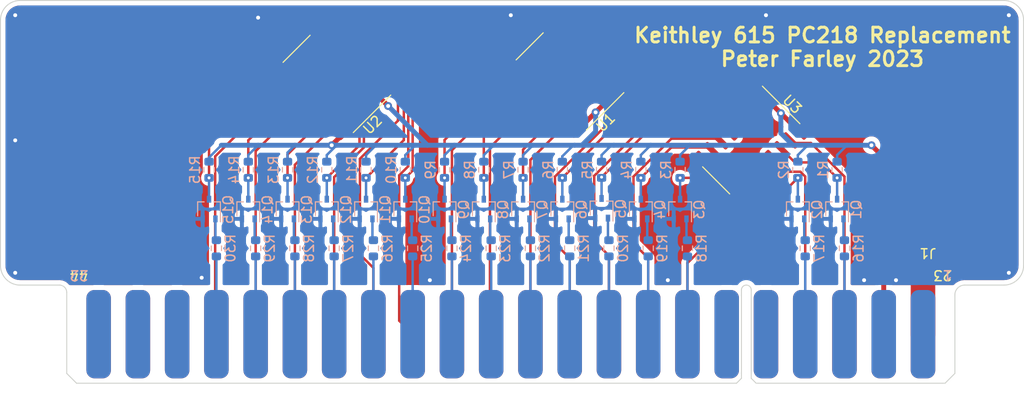
<source format=kicad_pcb>
(kicad_pcb (version 20211014) (generator pcbnew)
  (title_block (title "Keithley 615 PC218 Replacement Board") (rev "A") (company "Peter Farley"))
  (layers (0 "F.Cu" signal) (31 "B.Cu" signal) (34 "B.Paste" user) (35 "F.Paste" user) (36 "B.SilkS" user "B.Silkscreen") (37 "F.SilkS" user "F.Silkscreen") (38 "B.Mask" user) (39 "F.Mask" user) (44 "Edge.Cuts" user))
  (net 0 "")
  (net 1 "Net-(Q1-Pad1)")
  (net 2 "GND")
  (net 3 "Net-(Q1-Pad3)")
  (net 4 "Polarity Print")
  (net 5 "Net-(Q2-Pad3)")
  (net 6 "Net-(Q3-Pad1)")
  (net 7 "Net-(Q4-Pad1)")
  (net 8 "Net-(Q4-Pad3)")
  (net 9 "Overload Print")
  (net 10 "Net-(Q6-Pad1)")
  (net 11 "Polarity")
  (net 12 "+15V")
  (net 13 "Overload")
  (net 15 "-15V")
  (net 18 "1x10^3")
  (net 19 "2x10^2")
  (net 20 "1x10^2")
  (net 21 "4x10^2")
  (net 22 "8x10^2")
  (net 23 "2x10^0")
  (net 24 "1x10^0")
  (net 25 "4x10^0")
  (net 26 "8x10^0")
  (net 27 "8x10^1")
  (net 28 "4x10^1")
  (net 29 "1x10^1")
  (net 30 "2x10^1")
  (net 36 "1x10^3 Print")
  (net 37 "2x10^2 Print")
  (net 38 "1x10^2 Print")
  (net 39 "4x10^2 Print")
  (net 40 "8x10^2 Print")
  (net 41 "2x10^0 Print")
  (net 42 "1x10^0 Print")
  (net 43 "4x10^0 Print")
  (net 44 "8x10^0 Print")
  (net 45 "8x10^1 Print")
  (net 46 "4x10^1 Print")
  (net 47 "1x10^1 Print")
  (net 48 "2x10^1 Print")
  (net 52 "Net-(Q2-Pad1)")
  (net 53 "Net-(Q3-Pad3)")
  (net 54 "Net-(Q5-Pad1)")
  (net 55 "Net-(Q6-Pad3)")
  (net 56 "Net-(Q5-Pad3)")
  (net 57 "Net-(Q7-Pad1)")
  (net 58 "Net-(Q7-Pad3)")
  (net 59 "Net-(Q8-Pad1)")
  (net 60 "Net-(Q9-Pad1)")
  (net 61 "Net-(Q9-Pad3)")
  (net 62 "Net-(Q10-Pad1)")
  (net 63 "Net-(Q10-Pad3)")
  (net 64 "Net-(Q11-Pad1)")
  (net 65 "Net-(Q11-Pad3)")
  (net 66 "Net-(Q12-Pad1)")
  (net 67 "Net-(Q12-Pad3)")
  (net 68 "Net-(Q13-Pad1)")
  (net 69 "Net-(Q13-Pad3)")
  (net 70 "Net-(Q14-Pad1)")
  (net 71 "Net-(Q14-Pad3)")
  (net 72 "Net-(Q15-Pad1)")
  (net 73 "Net-(Q15-Pad3)")
  (net 77 "Net-(U3-Pad9)")
  (footprint "Package_SO:SOIC-16_3.9x9.9mm_P1.27mm" (layer "F.Cu") (at 107.25 57.25 -135)
    (fp_text reference "U1")
    (fp_text value "4010")
  )
  (footprint "Package_SO:SOIC-16_3.9x9.9mm_P1.27mm" (layer "F.Cu") (at 126.25 63.75 -45)
    (fp_text reference "U3")
    (fp_text value "4010")
  )
  (footprint "Package_SO:SOIC-16_3.9x9.9mm_P1.27mm" (layer "F.Cu") (at 83.5 57.5 -135)
    (fp_text reference "U2")
    (fp_text value "4010")
  )
  (footprint "keithley_615_part_library:PC218_Edge_Connector" (layer "F.Cu") (at 147 78 180)
    (fp_text reference "J1")
    (fp_text value "PC218_BoardEdge_44pin")
    (fp_line (start 20.25 -10) (end 20.75 -9.5) (layer "Edge.Cuts") (width 0.1))
    (fp_line (start 0 -1) (end 0 -9) (layer "Edge.Cuts") (width 0.1))
    (fp_line (start 20.75 -9.5) (end 20.75 -0.5) (layer "Edge.Cuts") (width 0.1))
    (fp_line (start -5 0) (end -1 0) (layer "Edge.Cuts") (width 0.1))
    (fp_line (start 90.5 -9) (end 90.5 -0.75) (layer "Edge.Cuts") (width 0.1))
    (fp_line (start 1 -10) (end 20.25 -10) (layer "Edge.Cuts") (width 0.1))
    (fp_line (start 91.25 0) (end 95.25 0) (layer "Edge.Cuts") (width 0.1))
    (fp_line (start 0 -9) (end 1 -10) (layer "Edge.Cuts") (width 0.1))
    (fp_line (start 21.75 -9.5) (end 22.25 -10) (layer "Edge.Cuts") (width 0.1))
    (fp_line (start 22.25 -10) (end 89.5 -10) (layer "Edge.Cuts") (width 0.1))
    (fp_line (start 21.75 -0.5) (end 21.75 -9.5) (layer "Edge.Cuts") (width 0.1))
    (fp_line (start 89.5 -10) (end 90.5 -9) (layer "Edge.Cuts") (width 0.1))
    (fp_arc (start 0 -1) (mid -0.292893 -0.292893) (end -1 0) (layer "Edge.Cuts") (width 0.1))
    (fp_arc (start 91.25 0) (mid 90.71967 -0.21967) (end 90.5 -0.75) (layer "Edge.Cuts") (width 0.1))
    (fp_arc (start 21.75 -0.5) (mid 21.25 0) (end 20.75 -0.5) (layer "Edge.Cuts") (width 0.1))
  )
  (footprint "Resistor_SMD:R_0603_1608Metric" (layer "B.Cu") (at 71 66.25 -90)
    (fp_text reference "R15")
    (fp_text value "180K")
  )
  (footprint "Package_TO_SOT_SMD:SOT-323_SC-70" (layer "B.Cu") (at 83 70.25 90)
    (fp_text reference "Q12")
    (fp_text value "BC848W")
  )
  (footprint "Package_TO_SOT_SMD:SOT-323_SC-70" (layer "B.Cu") (at 71 70.25 90)
    (fp_text reference "Q15")
    (fp_text value "BC848W")
  )
  (footprint "Resistor_SMD:R_0603_1608Metric" (layer "B.Cu") (at 111.75 74.25 90)
    (fp_text reference "R20")
    (fp_text value "120K")
  )
  (footprint "Resistor_SMD:R_0603_1608Metric" (layer "B.Cu") (at 115.75 74.25 90)
    (fp_text reference "R19")
    (fp_text value "120K")
  )
  (footprint "Resistor_SMD:R_0603_1608Metric" (layer "B.Cu") (at 115 66.25 -90)
    (fp_text reference "R4")
    (fp_text value "180K")
  )
  (footprint "Resistor_SMD:R_0603_1608Metric" (layer "B.Cu") (at 91.75 74.25 90)
    (fp_text reference "R25")
    (fp_text value "120K")
  )
  (footprint "Resistor_SMD:R_0603_1608Metric" (layer "B.Cu") (at 119.75 74.25 90)
    (fp_text reference "R18")
    (fp_text value "120K")
  )
  (footprint "Resistor_SMD:R_0603_1608Metric" (layer "B.Cu") (at 79 66.25 -90)
    (fp_text reference "R13")
    (fp_text value "180K")
  )
  (footprint "Package_TO_SOT_SMD:SOT-323_SC-70" (layer "B.Cu") (at 131 70.25 90)
    (fp_text reference "Q2")
    (fp_text value "BC848W")
  )
  (footprint "Package_TO_SOT_SMD:SOT-323_SC-70" (layer "B.Cu") (at 135 70.25 90)
    (fp_text reference "Q1")
    (fp_text value "BC848W")
  )
  (footprint "Package_TO_SOT_SMD:SOT-323_SC-70" (layer "B.Cu") (at 95 70.25 90)
    (fp_text reference "Q9")
    (fp_text value "BC848W")
  )
  (footprint "Resistor_SMD:R_0603_1608Metric" (layer "B.Cu") (at 111 66.25 -90)
    (fp_text reference "R5")
    (fp_text value "180K")
  )
  (footprint "Resistor_SMD:R_0603_1608Metric" (layer "B.Cu") (at 135.75 74.25 90)
    (fp_text reference "R16")
    (fp_text value "120K")
  )
  (footprint "Resistor_SMD:R_0603_1608Metric" (layer "B.Cu") (at 95.75 74.25 90)
    (fp_text reference "R24")
    (fp_text value "120K")
  )
  (footprint "Package_TO_SOT_SMD:SOT-323_SC-70" (layer "B.Cu") (at 87 70.25 90)
    (fp_text reference "Q11")
    (fp_text value "BC848W")
  )
  (footprint "Package_TO_SOT_SMD:SOT-323_SC-70" (layer "B.Cu") (at 99 70.25 90)
    (fp_text reference "Q8")
    (fp_text value "BC848W")
  )
  (footprint "Resistor_SMD:R_0603_1608Metric" (layer "B.Cu") (at 135 66.25 -90)
    (fp_text reference "R1")
    (fp_text value "180K")
  )
  (footprint "Resistor_SMD:R_0603_1608Metric" (layer "B.Cu") (at 107 66.25 -90)
    (fp_text reference "R6")
    (fp_text value "180K")
  )
  (footprint "Resistor_SMD:R_0603_1608Metric" (layer "B.Cu") (at 75.75 74.25 90)
    (fp_text reference "R29")
    (fp_text value "120K")
  )
  (footprint "Package_TO_SOT_SMD:SOT-323_SC-70" (layer "B.Cu") (at 103 70.25 90)
    (fp_text reference "Q7")
    (fp_text value "BC848W")
  )
  (footprint "Resistor_SMD:R_0603_1608Metric" (layer "B.Cu") (at 83.75 74.25 90)
    (fp_text reference "R27")
    (fp_text value "120K")
  )
  (footprint "Package_TO_SOT_SMD:SOT-323_SC-70" (layer "B.Cu") (at 75 70.25 90)
    (fp_text reference "Q14")
    (fp_text value "BC848W")
  )
  (footprint "Resistor_SMD:R_0603_1608Metric" (layer "B.Cu") (at 99.75 74.25 90)
    (fp_text reference "R23")
    (fp_text value "120K")
  )
  (footprint "Package_TO_SOT_SMD:SOT-323_SC-70" (layer "B.Cu") (at 119 70.25 90)
    (fp_text reference "Q3")
    (fp_text value "BC848W")
  )
  (footprint "Resistor_SMD:R_0603_1608Metric" (layer "B.Cu") (at 131.75 74.25 90)
    (fp_text reference "R17")
    (fp_text value "120K")
  )
  (footprint "Package_TO_SOT_SMD:SOT-323_SC-70" (layer "B.Cu") (at 111 70.175 90)
    (fp_text reference "Q5")
    (fp_text value "BC848W")
  )
  (footprint "Resistor_SMD:R_0603_1608Metric" (layer "B.Cu") (at 71.75 74.25 90)
    (fp_text reference "R30")
    (fp_text value "120K")
  )
  (footprint "Resistor_SMD:R_0603_1608Metric" (layer "B.Cu") (at 107.75 74.25 90)
    (fp_text reference "R21")
    (fp_text value "120K")
  )
  (footprint "Resistor_SMD:R_0603_1608Metric" (layer "B.Cu") (at 75 66.25 -90)
    (fp_text reference "R14")
    (fp_text value "180K")
  )
  (footprint "Resistor_SMD:R_0603_1608Metric" (layer "B.Cu") (at 131 66.25 -90)
    (fp_text reference "R2")
    (fp_text value "180K")
  )
  (footprint "Resistor_SMD:R_0603_1608Metric" (layer "B.Cu") (at 83 66.25 -90)
    (fp_text reference "R12")
    (fp_text value "180K")
  )
  (footprint "Package_TO_SOT_SMD:SOT-323_SC-70" (layer "B.Cu") (at 115 70.25 90)
    (fp_text reference "Q4")
    (fp_text value "BC848W")
  )
  (footprint "Resistor_SMD:R_0603_1608Metric" (layer "B.Cu") (at 79.75 74.25 90)
    (fp_text reference "R28")
    (fp_text value "120K")
  )
  (footprint "Resistor_SMD:R_0603_1608Metric" (layer "B.Cu") (at 91 66.25 -90)
    (fp_text reference "R10")
    (fp_text value "180K")
  )
  (footprint "Resistor_SMD:R_0603_1608Metric" (layer "B.Cu") (at 119 66.25 -90)
    (fp_text reference "R3")
    (fp_text value "180K")
  )
  (footprint "Package_TO_SOT_SMD:SOT-323_SC-70" (layer "B.Cu") (at 107 70.25 90)
    (fp_text reference "Q6")
    (fp_text value "BC848W")
  )
  (footprint "Package_TO_SOT_SMD:SOT-323_SC-70" (layer "B.Cu") (at 79 70.25 90)
    (fp_text reference "Q13")
    (fp_text value "BC848W")
  )
  (footprint "Resistor_SMD:R_0603_1608Metric" (layer "B.Cu") (at 103 66.25 -90)
    (fp_text reference "R7")
    (fp_text value "180K")
  )
  (footprint "Resistor_SMD:R_0603_1608Metric" (layer "B.Cu") (at 87.75 74.25 90)
    (fp_text reference "R26")
    (fp_text value "120K")
  )
  (footprint "Resistor_SMD:R_0603_1608Metric" (layer "B.Cu") (at 103.75 74.25 90)
    (fp_text reference "R22")
    (fp_text value "120K")
  )
  (footprint "Package_TO_SOT_SMD:SOT-323_SC-70" (layer "B.Cu") (at 91 70.25 90)
    (fp_text reference "Q10")
    (fp_text value "BC848W")
  )
  (footprint "Resistor_SMD:R_0603_1608Metric" (layer "B.Cu") (at 99 66.25 -90)
    (fp_text reference "R8")
    (fp_text value "180K")
  )
  (footprint "Resistor_SMD:R_0603_1608Metric" (layer "B.Cu") (at 87 66.25 -90)
    (fp_text reference "R11")
    (fp_text value "180K")
  )
  (footprint "Resistor_SMD:R_0603_1608Metric" (layer "B.Cu") (at 95 66.25 -90)
    (fp_text reference "R9")
    (fp_text value "180K")
  )
  (gr_line (start 51.75 49) (end 152 49) (layer "Edge.Cuts") (width 0.1))
  (gr_arc (start 51.75 78) (mid 50.335786 77.414214) (end 49.75 76) (layer "Edge.Cuts") (width 0.1))
  (gr_line (start 49.75 76) (end 49.75 51) (layer "Edge.Cuts") (width 0.1))
  (gr_arc (start 152 49) (mid 153.414214 49.585786) (end 154 51) (layer "Edge.Cuts") (width 0.1))
  (gr_arc (start 49.75 51) (mid 50.335786 49.585786) (end 51.75 49) (layer "Edge.Cuts") (width 0.1))
  (gr_arc (start 154 76) (mid 153.414214 77.414214) (end 152 78) (layer "Edge.Cuts") (width 0.1))
  (gr_line (start 154 51) (end 154 76) (layer "Edge.Cuts") (width 0.1))
  (gr_text "Keithley 615 PC218 Replacement\nPeter Farley 2023" (at 133.5 53.75) (layer "F.SilkS") (effects (font (size 1.5 1.5) (thickness 0.3))))
  (segment (start 135.65 73.325) (end 135.75 73.425) (width 0.25) (layer "B.Cu") (net 1))
  (segment (start 135.65 71.25) (end 135.65 73.325) (width 0.25) (layer "B.Cu") (net 1))
  (segment (start 108.284673 55.317301) (end 108.551076 55.050898) (width 0.25) (layer "F.Cu") (net 2))
  (segment (start 143.75 83) (end 143.75 77) (width 2.5) (layer "F.Cu") (net 2))
  (segment (start 105.857 52.356821) (end 106.755025 53.254847) (width 0.5) (layer "F.Cu") (net 2))
  (segment (start 108.284673 55.317301) (end 108 55.601974) (width 0.25) (layer "F.Cu") (net 2))
  (via (at 51.25 63.25) (size 0.8) (drill 0.4) (layers "F.Cu" "B.Cu") (net 2))
  (via (at 70.25 77.25) (size 0.8) (drill 0.4) (layers "F.Cu" "B.Cu") (net 2))
  (via (at 152.5 76.75) (size 0.8) (drill 0.4) (layers "F.Cu" "B.Cu") (net 2))
  (via (at 51.25 76.75) (size 0.8) (drill 0.4) (layers "F.Cu" "B.Cu") (net 2))
  (via (at 137.75 77.5) (size 0.8) (drill 0.4) (layers "F.Cu" "B.Cu") (net 2))
  (via (at 152.5 50.5) (size 0.8) (drill 0.4) (layers "F.Cu" "B.Cu") (net 2))
  (via (at 76 50.75) (size 0.8) (drill 0.4) (layers "F.Cu" "B.Cu") (net 2))
  (via (at 51.25 50.5) (size 0.8) (drill 0.4) (layers "F.Cu" "B.Cu") (net 2))
  (via (at 117.75 77.5) (size 0.8) (drill 0.4) (layers "F.Cu" "B.Cu") (net 2))
  (via (at 93.5 77.5) (size 0.8) (drill 0.4) (layers "F.Cu" "B.Cu") (net 2))
  (via (at 141 77.5) (size 0.8) (drill 0.4) (layers "F.Cu" "B.Cu") (net 2))
  (via (at 127.75 50.5) (size 0.8) (drill 0.4) (layers "F.Cu" "B.Cu") (net 2))
  (via (at 101.75 50.5) (size 0.8) (drill 0.4) (layers "F.Cu" "B.Cu") (net 2))
  (segment (start 129.347128 64.153051) (end 130.694077 65.5) (width 0.25) (layer "F.Cu") (net 3))
  (segment (start 130.694077 65.5) (end 133.425 65.5) (width 0.25) (layer "F.Cu") (net 3))
  (segment (start 133.425 65.5) (end 135 67.075) (width 0.25) (layer "F.Cu") (net 3))
  (via (at 135 67.075) (size 0.6) (drill 0.3) (layers "F.Cu" "B.Cu") (net 3))
  (segment (start 135 69.25) (end 135 67.075) (width 0.25) (layer "B.Cu") (net 3))
  (segment (start 132.330313 63.521429) (end 135.75 66.941116) (width 0.25) (layer "F.Cu") (net 4))
  (segment (start 130.245153 63.255025) (end 130.511557 63.521429) (width 0.25) (layer "F.Cu") (net 4))
  (segment (start 130.511557 63.521429) (end 132.330313 63.521429) (width 0.25) (layer "F.Cu") (net 4))
  (segment (start 135.75 66.941116) (end 135.75 83) (width 0.25) (layer "F.Cu") (net 4))
  (segment (start 115.81748 62.18252) (end 111 67) (width 0.25) (layer "F.Cu") (net 5))
  (segment (start 124.050898 62.448924) (end 123.784494 62.18252) (width 0.25) (layer "F.Cu") (net 5))
  (segment (start 123.784494 62.18252) (end 115.81748 62.18252) (width 0.25) (layer "F.Cu") (net 5))
  (via (at 111 67) (size 0.6) (drill 0.3) (layers "F.Cu" "B.Cu") (net 5))
  (segment (start 111 69.175) (end 111 67) (width 0.25) (layer "B.Cu") (net 5))
  (segment (start 131.65 73.325) (end 131.75 73.425) (width 0.25) (layer "B.Cu") (net 6))
  (segment (start 131.65 71.25) (end 131.65 73.325) (width 0.25) (layer "B.Cu") (net 6))
  (segment (start 115.65 73.325) (end 115.75 73.425) (width 0.25) (layer "B.Cu") (net 7))
  (segment (start 115.65 71.25) (end 115.65 73.325) (width 0.25) (layer "B.Cu") (net 7))
  (segment (start 122.254847 64.244975) (end 121.988443 63.978571) (width 0.25) (layer "F.Cu") (net 8))
  (segment (start 118.096429 63.978571) (end 115 67.075) (width 0.25) (layer "F.Cu") (net 8))
  (segment (start 121.988443 63.978571) (end 118.096429 63.978571) (width 0.25) (layer "F.Cu") (net 8))
  (via (at 115 67.075) (size 0.6) (drill 0.3) (layers "F.Cu" "B.Cu") (net 8))
  (segment (start 115 69.25) (end 115 67.075) (width 0.25) (layer "B.Cu") (net 8))
  (segment (start 131.258884 66.45) (end 131.75 66.941116) (width 0.25) (layer "F.Cu") (net 9))
  (segment (start 128.051974 66.45) (end 131.258884 66.45) (width 0.25) (layer "F.Cu") (net 9))
  (segment (start 131.75 66.941116) (end 131.75 83) (width 0.25) (layer "F.Cu") (net 9))
  (segment (start 127.551076 65.949102) (end 128.051974 66.45) (width 0.25) (layer "F.Cu") (net 9))
  (segment (start 107.65 71.25) (end 107.65 73.325) (width 0.25) (layer "B.Cu") (net 10))
  (segment (start 107.65 73.325) (end 107.75 73.425) (width 0.25) (layer "B.Cu") (net 10))
  (segment (start 135.75 83) (end 135.75 75.075) (width 0.25) (layer "B.Cu") (net 11))
  (segment (start 84.856821 62.393179) (end 83.5 63.75) (width 0.5) (layer "F.Cu") (net 12))
  (segment (start 112.143179 58.643) (end 110.39309 60.39309) (width 0.5) (layer "F.Cu") (net 12))
  (segment (start 139.75 65) (end 139.75 83) (width 0.5) (layer "F.Cu") (net 12))
  (segment (start 138.5 63.75) (end 139.75 65) (width 0.5) (layer "F.Cu") (net 12))
  (segment (start 110.39309 60.39309) (end 108.643 62.143179) (width 0.5) (layer "F.Cu") (net 12))
  (segment (start 127.643 58.856821) (end 129.26809 60.48191) (width 0.5) (layer "F.Cu") (net 12))
  (segment (start 129.26809 60.48191) (end 131.143179 62.357) (width 0.5) (layer "F.Cu") (net 12))
  (segment (start 89.25 59.75) (end 89.25 59.749821) (width 0.5) (layer "F.Cu") (net 12))
  (segment (start 84.893 62.393179) (end 84.856821 62.393179) (width 0.5) (layer "F.Cu") (net 12))
  (segment (start 89.25 59.749821) (end 88.393179 58.893) (width 0.5) (layer "F.Cu") (net 12))
  (via (at 129.26809 60.48191) (size 0.8) (drill 0.4) (layers "F.Cu" "B.Cu") (net 12))
  (via (at 83.5 63.75) (size 0.8) (drill 0.4) (layers "F.Cu" "B.Cu") (net 12))
  (via (at 89.25 59.75) (size 0.8) (drill 0.4) (layers "F.Cu" "B.Cu") (net 12))
  (via (at 110.39309 60.39309) (size 0.8) (drill 0.4) (layers "F.Cu" "B.Cu") (net 12))
  (via (at 138.5 63.75) (size 0.8) (drill 0.4) (layers "F.Cu" "B.Cu") (net 12))
  (segment (start 107 64.875) (end 108.125 63.75) (width 0.25) (layer "B.Cu") (net 12))
  (segment (start 84 63.75) (end 79.75 63.75) (width 0.5) (layer "B.Cu") (net 12))
  (segment (start 103 64.75) (end 103 65.425) (width 0.25) (layer "B.Cu") (net 12))
  (segment (start 111 64.75) (end 112 63.75) (width 0.25) (layer "B.Cu") (net 12))
  (segment (start 120 63.75) (end 116 63.75) (width 0.5) (layer "B.Cu") (net 12))
  (segment (start 109 63.75) (end 108.25 63.75) (width 0.5) (layer "B.Cu") (net 12))
  (segment (start 91 64.75) (end 92 63.75) (width 0.25) (layer "B.Cu") (net 12))
  (segment (start 116 63.75) (end 115 64.75) (width 0.25) (layer "B.Cu") (net 12))
  (segment (start 79.75 63.75) (end 76 63.75) (width 0.5) (layer "B.Cu") (net 12))
  (segment (start 135 65.425) (end 135 64.75) (width 0.25) (layer "B.Cu") (net 12))
  (segment (start 76 63.75) (end 72.25 63.75) (width 0.5) (layer "B.Cu") (net 12))
  (segment (start 95 65.425) (end 95 64.75) (width 0.25) (layer "B.Cu") (net 12))
  (segment (start 79 64.5) (end 79.75 63.75) (width 0.25) (layer "B.Cu") (net 12))
  (segment (start 100 63.75) (end 96 63.75) (width 0.5) (layer "B.Cu") (net 12))
  (segment (start 99 64.75) (end 100 63.75) (width 0.25) (layer "B.Cu") (net 12))
  (segment (start 132 63.75) (end 131 64.75) (width 0.25) (layer "B.Cu") (net 12))
  (segment (start 71 65) (end 72.25 63.75) (width 0.25) (layer "B.Cu") (net 12))
  (segment (start 93.25 63.75) (end 92 63.75) (width 0.5) (layer "B.Cu") (net 12))
  (segment (start 116 63.75) (end 112.25 63.75) (width 0.5) (layer "B.Cu") (net 12))
  (segment (start 75 65.425) (end 75 64.75) (width 0.25) (layer "B.Cu") (net 12))
  (segment (start 88 63.75) (end 84 63.75) (width 0.5) (layer "B.Cu") (net 12))
  (segment (start 108.125 63.75) (end 108.25 63.75) (width 0.25) (layer "B.Cu") (net 12))
  (segment (start 110.39309 62.35691) (end 109 63.75) (width 0.5) (layer "B.Cu") (net 12))
  (segment (start 131 64.75) (end 131 65.425) (width 0.25) (layer "B.Cu") (net 12))
  (segment (start 132 63.75) (end 130.5 63.75) (width 0.5) (layer "B.Cu") (net 12))
  (segment (start 83 65.425) (end 83 64.75) (width 0.25) (layer "B.Cu") (net 12))
  (segment (start 138.5 63.75) (end 136 63.75) (width 0.5) (layer "B.Cu") (net 12))
  (segment (start 111 65.425) (end 111 64.75) (width 0.25) (layer "B.Cu") (net 12))
  (segment (start 75 64.75) (end 76 63.75) (width 0.25) (layer "B.Cu") (net 12))
  (segment (start 79 65.425) (end 79 64.5) (width 0.25) (layer "B.Cu") (net 12))
  (segment (start 130.5 63.75) (end 120 63.75) (width 0.5) (layer "B.Cu") (net 12))
  (segment (start 87 64.75) (end 88 63.75) (width 0.25) (layer "B.Cu") (net 12))
  (segment (start 129.26809 60.48191) (end 129.26809 62.51809) (width 0.5) (layer "B.Cu") (net 12))
  (segment (start 91 65.425) (end 91 64.75) (width 0.25) (layer "B.Cu") (net 12))
  (segment (start 115 64.75) (end 115 65.425) (width 0.25) (layer "B.Cu") (net 12))
  (segment (start 93.25 63.75) (end 89.25 59.75) (width 0.5) (layer "B.Cu") (net 12))
  (segment (start 83 64.75) (end 84 63.75) (width 0.25) (layer "B.Cu") (net 12))
  (segment (start 95 64.75) (end 96 63.75) (width 0.25) (layer "B.Cu") (net 12))
  (segment (start 99 65.425) (end 99 64.75) (width 0.25) (layer "B.Cu") (net 12))
  (segment (start 119 64.75) (end 119 65.425) (width 0.25) (layer "B.Cu") (net 12))
  (segment (start 112 63.75) (end 112.25 63.75) (width 0.25) (layer "B.Cu") (net 12))
  (segment (start 129.26809 62.51809) (end 130.5 63.75) (width 0.5) (layer "B.Cu") (net 12))
  (segment (start 104 63.75) (end 100 63.75) (width 0.5) (layer "B.Cu") (net 12))
  (segment (start 87 65.425) (end 87 64.75) (width 0.25) (layer "B.Cu") (net 12))
  (segment (start 96 63.75) (end 93.25 63.75) (width 0.5) (layer "B.Cu") (net 12))
  (segment (start 110.39309 60.39309) (end 110.39309 62.35691) (width 0.5) (layer "B.Cu") (net 12))
  (segment (start 112.25 63.75) (end 109 63.75) (width 0.5) (layer "B.Cu") (net 12))
  (segment (start 135 64.75) (end 136 63.75) (width 0.25) (layer "B.Cu") (net 12))
  (segment (start 71 65.425) (end 71 65) (width 0.25) (layer "B.Cu") (net 12))
  (segment (start 120 63.75) (end 119 64.75) (width 0.25) (layer "B.Cu") (net 12))
  (segment (start 136 63.75) (end 132 63.75) (width 0.5) (layer "B.Cu") (net 12))
  (segment (start 104 63.75) (end 103 64.75) (width 0.25) (layer "B.Cu") (net 12))
  (segment (start 92 63.75) (end 88 63.75) (width 0.5) (layer "B.Cu") (net 12))
  (segment (start 107 65.425) (end 107 64.875) (width 0.25) (layer "B.Cu") (net 12))
  (segment (start 108.25 63.75) (end 104 63.75) (width 0.5) (layer "B.Cu") (net 12))
  (segment (start 131.75 83) (end 131.75 75.075) (width 0.25) (layer "B.Cu") (net 13))
  (segment (start 119.75 83) (end 119.75 75.075) (width 0.25) (layer "B.Cu") (net 18))
  (segment (start 115.75 83) (end 115.75 75.075) (width 0.25) (layer "B.Cu") (net 19))
  (segment (start 111.75 83) (end 111.75 75.075) (width 0.25) (layer "B.Cu") (net 20))
  (segment (start 107.75 83) (end 107.75 75.075) (width 0.25) (layer "B.Cu") (net 21))
  (segment (start 103.75 75.075) (end 103.75 83) (width 0.25) (layer "B.Cu") (net 22))
  (segment (start 99.75 75.075) (end 99.75 83) (width 0.25) (layer "B.Cu") (net 23))
  (segment (start 95.75 75.075) (end 95.75 83) (width 0.25) (layer "B.Cu") (net 24))
  (segment (start 91.75 75.075) (end 91.75 83) (width 0.25) (layer "B.Cu") (net 25))
  (segment (start 87.75 75.075) (end 87.75 83) (width 0.25) (layer "B.Cu") (net 26))
  (segment (start 83.75 75.075) (end 83.75 83) (width 0.25) (layer "B.Cu") (net 27))
  (segment (start 79.75 75.075) (end 79.75 83) (width 0.25) (layer "B.Cu") (net 28))
  (segment (start 75.75 75.075) (end 75.75 83) (width 0.25) (layer "B.Cu") (net 29))
  (segment (start 71.75 75.075) (end 71.75 83) (width 0.25) (layer "B.Cu") (net 30))
  (segment (start 126.021429 69.478571) (end 119.75 75.75) (width 0.25) (layer "F.Cu") (net 36))
  (segment (start 119.75 75.75) (end 119.75 83) (width 0.25) (layer "F.Cu") (net 36))
  (segment (start 126.021429 68.011557) (end 126.021429 69.478571) (width 0.25) (layer "F.Cu") (net 36))
  (segment (start 125.755025 67.745153) (end 126.021429 68.011557) (width 0.25) (layer "F.Cu") (net 36))
  (segment (start 114.25 73.75) (end 115.75 75.25) (width 0.25) (layer "F.Cu") (net 37))
  (segment (start 115.75 75.25) (end 115.75 83) (width 0.25) (layer "F.Cu") (net 37))
  (segment (start 122.886469 63.080546) (end 118.11057 63.080546) (width 0.25) (layer "F.Cu") (net 37))
  (segment (start 123.152872 63.346949) (end 122.886469 63.080546) (width 0.25) (layer "F.Cu") (net 37))
  (segment (start 114.25 66.941116) (end 114.25 73.75) (width 0.25) (layer "F.Cu") (net 37))
  (segment (start 118.11057 63.080546) (end 114.25 66.941116) (width 0.25) (layer "F.Cu") (net 37))
  (segment (start 116.866116 60.25) (end 110.25 66.866116) (width 0.25) (layer "F.Cu") (net 38))
  (segment (start 123.75 60.25) (end 116.866116 60.25) (width 0.25) (layer "F.Cu") (net 38))
  (segment (start 124.948924 61.550898) (end 124.948924 61.448924) (width 0.25) (layer "F.Cu") (net 38))
  (segment (start 124.948924 61.448924) (end 123.75 60.25) (width 0.25) (layer "F.Cu") (net 38))
  (segment (start 110.25 73.5) (end 111.75 75) (width 0.25) (layer "F.Cu") (net 38))
  (segment (start 111.75 75) (end 111.75 83) (width 0.25) (layer "F.Cu") (net 38))
  (segment (start 110.25 66.866116) (end 110.25 73.5) (width 0.25) (layer "F.Cu") (net 38))
  (segment (start 107.75 75.25) (end 107.75 83) (width 0.25) (layer "F.Cu") (net 39))
  (segment (start 126.744975 59.754847) (end 126.744975 59.744975) (width 0.25) (layer "F.Cu") (net 39))
  (segment (start 106.25 73.75) (end 107.75 75.25) (width 0.25) (layer "F.Cu") (net 39))
  (segment (start 126.744975 59.744975) (end 125.75 58.75) (width 0.25) (layer "F.Cu") (net 39))
  (segment (start 114.441116 58.75) (end 106.25 66.941116) (width 0.25) (layer "F.Cu") (net 39))
  (segment (start 125.75 58.75) (end 114.441116 58.75) (width 0.25) (layer "F.Cu") (net 39))
  (segment (start 106.25 66.941116) (end 106.25 73.75) (width 0.25) (layer "F.Cu") (net 39))
  (segment (start 107.744975 61.245153) (end 103.75 65.240128) (width 0.25) (layer "F.Cu") (net 40))
  (segment (start 103.75 65.240128) (end 103.75 83) (width 0.25) (layer "F.Cu") (net 40))
  (segment (start 99.625 63.976974) (end 99.625 82.875) (width 0.25) (layer "F.Cu") (net 41))
  (segment (start 105.050898 58.551076) (end 99.625 63.976974) (width 0.25) (layer "F.Cu") (net 41))
  (segment (start 99.625 82.875) (end 99.75 83) (width 0.25) (layer "F.Cu") (net 41))
  (segment (start 103.254847 56.755025) (end 95.75 64.259872) (width 0.25) (layer "F.Cu") (net 42))
  (segment (start 95.75 64.259872) (end 95.75 83) (width 0.25) (layer "F.Cu") (net 42))
  (segment (start 84.505923 53.8) (end 87.163604 53.8) (width 0.25) (layer "F.Cu") (net 43))
  (segment (start 91.3 65.891116) (end 90.375 66.816116) (width 0.25) (layer "F.Cu") (net 43))
  (segment (start 90.375 81.625) (end 91.75 83) (width 0.25) (layer "F.Cu") (net 43))
  (segment (start 91.3 57.936396) (end 91.3 65.891116) (width 0.25) (layer "F.Cu") (net 43))
  (segment (start 83.903051 54.402872) (end 84.505923 53.8) (width 0.25) (layer "F.Cu") (net 43))
  (segment (start 87.163604 53.8) (end 91.3 57.936396) (width 0.25) (layer "F.Cu") (net 43))
  (segment (start 90.375 66.816116) (end 90.375 81.625) (width 0.25) (layer "F.Cu") (net 43))
  (segment (start 90.25 58.159188) (end 90.25 61.25) (width 0.25) (layer "F.Cu") (net 44))
  (segment (start 86.375 65.125) (end 86.375 74.875) (width 0.25) (layer "F.Cu") (net 44))
  (segment (start 87.75 76.25) (end 87.75 83) (width 0.25) (layer "F.Cu") (net 44))
  (segment (start 90.25 61.25) (end 86.375 65.125) (width 0.25) (layer "F.Cu") (net 44))
  (segment (start 85.699102 56.198924) (end 86.398026 55.5) (width 0.25) (layer "F.Cu") (net 44))
  (segment (start 87.590812 55.5) (end 90.25 58.159188) (width 0.25) (layer "F.Cu") (net 44))
  (segment (start 86.398026 55.5) (end 87.590812 55.5) (width 0.25) (layer "F.Cu") (net 44))
  (segment (start 86.375 74.875) (end 87.75 76.25) (width 0.25) (layer "F.Cu") (net 44))
  (segment (start 86.780724 63.969276) (end 83.75 67) (width 0.25) (layer "F.Cu") (net 45))
  (segment (start 86.780724 58.709404) (end 86.780724 63.969276) (width 0.25) (layer "F.Cu") (net 45))
  (segment (start 87.495153 57.994975) (end 86.780724 58.709404) (width 0.25) (layer "F.Cu") (net 45))
  (segment (start 83.75 67) (end 83.75 83) (width 0.25) (layer "F.Cu") (net 45))
  (segment (start 83.994975 61.495153) (end 79.75 65.740128) (width 0.25) (layer "F.Cu") (net 46))
  (segment (start 79.75 65.740128) (end 79.75 83) (width 0.25) (layer "F.Cu") (net 46))
  (segment (start 75.75 64.351974) (end 75.75 83) (width 0.25) (layer "F.Cu") (net 47))
  (segment (start 81.300898 58.801076) (end 75.75 64.351974) (width 0.25) (layer "F.Cu") (net 47))
  (segment (start 71.625 82.875) (end 71.75 83) (width 0.25) (layer "F.Cu") (net 48))
  (segment (start 79.504847 57.005025) (end 71.625 64.884872) (width 0.25) (layer "F.Cu") (net 48))
  (segment (start 71.625 64.884872) (end 71.625 82.875) (width 0.25) (layer "F.Cu") (net 48))
  (segment (start 111.65 71.175) (end 111.65 73.325) (width 0.25) (layer "B.Cu") (net 52))
  (segment (start 111.65 73.325) (end 111.75 73.425) (width 0.25) (layer "B.Cu") (net 52))
  (segment (start 126.653051 66.847128) (end 127.805923 68) (width 0.25) (layer "F.Cu") (net 53))
  (segment (start 130.075 68) (end 131 67.075) (width 0.25) (layer "F.Cu") (net 53))
  (segment (start 127.805923 68) (end 130.075 68) (width 0.25) (layer "F.Cu") (net 53))
  (via (at 131 67.075) (size 0.6) (drill 0.3) (layers "F.Cu" "B.Cu") (net 53))
  (segment (start 131 69.25) (end 131 67.075) (width 0.25) (layer "B.Cu") (net 53))
  (segment (start 119.65 73.325) (end 119.75 73.425) (width 0.25) (layer "B.Cu") (net 54))
  (segment (start 119.65 71.25) (end 119.65 73.325) (width 0.25) (layer "B.Cu") (net 54))
  (segment (start 124.994077 59.8) (end 114.275 59.8) (width 0.25) (layer "F.Cu") (net 55))
  (segment (start 125.846949 60.652872) (end 124.994077 59.8) (width 0.25) (layer "F.Cu") (net 55))
  (segment (start 114.275 59.8) (end 107 67.075) (width 0.25) (layer "F.Cu") (net 55))
  (via (at 107 67.075) (size 0.6) (drill 0.3) (layers "F.Cu" "B.Cu") (net 55))
  (segment (start 107 69.25) (end 107 67.075) (width 0.25) (layer "B.Cu") (net 55))
  (segment (start 123.75 67.5) (end 123.325 67.075) (width 0.25) (layer "F.Cu") (net 56))
  (segment (start 123.325 67.075) (end 119 67.075) (width 0.25) (layer "F.Cu") (net 56))
  (segment (start 124.857 68.643179) (end 123.75 67.536179) (width 0.25) (layer "F.Cu") (net 56))
  (segment (start 123.75 67.536179) (end 123.75 67.5) (width 0.25) (layer "F.Cu") (net 56))
  (via (at 119 67.075) (size 0.6) (drill 0.3) (layers "F.Cu" "B.Cu") (net 56))
  (segment (start 119 69.25) (end 119 67.075) (width 0.25) (layer "B.Cu") (net 56))
  (segment (start 75.65 73.325) (end 75.75 73.425) (width 0.25) (layer "B.Cu") (net 57))
  (segment (start 75.65 71.25) (end 75.65 73.325) (width 0.25) (layer "B.Cu") (net 57))
  (segment (start 75 63.25) (end 75 67.075) (width 0.25) (layer "F.Cu") (net 58))
  (segment (start 80.402872 57.903051) (end 80.346949 57.903051) (width 0.25) (layer "F.Cu") (net 58))
  (segment (start 80.346949 57.903051) (end 75 63.25) (width 0.25) (layer "F.Cu") (net 58))
  (via (at 75 67.075) (size 0.6) (drill 0.3) (layers "F.Cu" "B.Cu") (net 58))
  (segment (start 75 69.25) (end 75 67.075) (width 0.25) (layer "B.Cu") (net 58))
  (segment (start 95.65 73.325) (end 95.75 73.425) (width 0.25) (layer "B.Cu") (net 59))
  (segment (start 95.65 71.25) (end 95.65 73.325) (width 0.25) (layer "B.Cu") (net 59))
  (segment (start 71.65 71.25) (end 71.65 73.325) (width 0.25) (layer "B.Cu") (net 60))
  (segment (start 71.65 73.325) (end 71.75 73.425) (width 0.25) (layer "B.Cu") (net 60))
  (segment (start 71 63.75) (end 71 67.075) (width 0.25) (layer "F.Cu") (net 61))
  (segment (start 78.606821 56.107) (end 78.606821 56.143179) (width 0.25) (layer "F.Cu") (net 61))
  (segment (start 78.606821 56.143179) (end 71 63.75) (width 0.25) (layer "F.Cu") (net 61))
  (via (at 71 67.075) (size 0.6) (drill 0.3) (layers "F.Cu" "B.Cu") (net 61))
  (segment (start 71 69.25) (end 71 67.075) (width 0.25) (layer "B.Cu") (net 61))
  (segment (start 99.65 71.25) (end 99.65 73.325) (width 0.25) (layer "B.Cu") (net 62))
  (segment (start 99.65 73.325) (end 99.75 73.425) (width 0.25) (layer "B.Cu") (net 62))
  (segment (start 99 62.805923) (end 99 67.075) (width 0.25) (layer "F.Cu") (net 63))
  (segment (start 104.152872 57.653051) (end 99 62.805923) (width 0.25) (layer "F.Cu") (net 63))
  (via (at 99 67.075) (size 0.6) (drill 0.3) (layers "F.Cu" "B.Cu") (net 63))
  (segment (start 99 69.25) (end 99 67.075) (width 0.25) (layer "B.Cu") (net 63))
  (segment (start 79.65 71.25) (end 79.65 73.325) (width 0.25) (layer "B.Cu") (net 64))
  (segment (start 79.65 73.325) (end 79.75 73.425) (width 0.25) (layer "B.Cu") (net 64))
  (segment (start 83.096949 60.597128) (end 79 64.694077) (width 0.25) (layer "F.Cu") (net 65))
  (segment (start 79 64.694077) (end 79 67.075) (width 0.25) (layer "F.Cu") (net 65))
  (via (at 79 67.075) (size 0.6) (drill 0.3) (layers "F.Cu" "B.Cu") (net 65))
  (segment (start 79 69.25) (end 79 67.075) (width 0.25) (layer "B.Cu") (net 65))
  (segment (start 91.65 73.325) (end 91.75 73.425) (width 0.25) (layer "B.Cu") (net 66))
  (segment (start 91.65 71.25) (end 91.65 73.325) (width 0.25) (layer "B.Cu") (net 66))
  (segment (start 86.5 52.5) (end 91.75 57.75) (width 0.25) (layer "F.Cu") (net 67))
  (segment (start 84.009872 52.5) (end 86.5 52.5) (width 0.25) (layer "F.Cu") (net 67))
  (segment (start 91.75 57.75) (end 91.75 66.325) (width 0.25) (layer "F.Cu") (net 67))
  (segment (start 83.005025 53.504847) (end 84.009872 52.5) (width 0.25) (layer "F.Cu") (net 67))
  (segment (start 91.75 66.325) (end 91 67.075) (width 0.25) (layer "F.Cu") (net 67))
  (via (at 91 67.075) (size 0.6) (drill 0.3) (layers "F.Cu" "B.Cu") (net 67))
  (segment (start 91 69.25) (end 91 67.075) (width 0.25) (layer "B.Cu") (net 67))
  (segment (start 103.65 73.325) (end 103.75 73.425) (width 0.25) (layer "B.Cu") (net 68))
  (segment (start 103.65 71.25) (end 103.65 73.325) (width 0.25) (layer "B.Cu") (net 68))
  (segment (start 103 64.194077) (end 103 67.075) (width 0.25) (layer "F.Cu") (net 69))
  (segment (start 106.846949 60.347128) (end 103 64.194077) (width 0.25) (layer "F.Cu") (net 69))
  (via (at 103 67.075) (size 0.6) (drill 0.3) (layers "F.Cu" "B.Cu") (net 69))
  (segment (start 103 69.25) (end 103 67.075) (width 0.25) (layer "B.Cu") (net 69))
  (segment (start 83.65 71.25) (end 83.65 73.325) (width 0.25) (layer "B.Cu") (net 70))
  (segment (start 83.65 73.325) (end 83.75 73.425) (width 0.25) (layer "B.Cu") (net 70))
  (segment (start 86.597128 57.096949) (end 85.5 58.194077) (width 0.25) (layer "F.Cu") (net 71))
  (segment (start 85.5 59.75) (end 86.330724 60.580724) (width 0.25) (layer "F.Cu") (net 71))
  (segment (start 86.330724 63.744276) (end 83 67.075) (width 0.25) (layer "F.Cu") (net 71))
  (segment (start 85.5 58.194077) (end 85.5 59.75) (width 0.25) (layer "F.Cu") (net 71))
  (segment (start 86.330724 60.580724) (end 86.330724 63.744276) (width 0.25) (layer "F.Cu") (net 71))
  (via (at 83 67.075) (size 0.6) (drill 0.3) (layers "F.Cu" "B.Cu") (net 71))
  (segment (start 83 69.25) (end 83 67.075) (width 0.25) (layer "B.Cu") (net 71))
  (segment (start 87.65 73.325) (end 87.75 73.425) (width 0.25) (layer "B.Cu") (net 72))
  (segment (start 87.65 71.25) (end 87.65 73.325) (width 0.25) (layer "B.Cu") (net 72))
  (segment (start 85.851974 54.25) (end 86.977208 54.25) (width 0.25) (layer "F.Cu") (net 73))
  (segment (start 86.977208 54.25) (end 90.85 58.122792) (width 0.25) (layer "F.Cu") (net 73))
  (segment (start 90.85 63.225) (end 87 67.075) (width 0.25) (layer "F.Cu") (net 73))
  (segment (start 84.801076 55.300898) (end 85.851974 54.25) (width 0.25) (layer "F.Cu") (net 73))
  (segment (start 90.85 58.122792) (end 90.85 63.225) (width 0.25) (layer "F.Cu") (net 73))
  (via (at 87 67.075) (size 0.6) (drill 0.3) (layers "F.Cu" "B.Cu") (net 73))
  (segment (start 87 69.25) (end 87 67.075) (width 0.25) (layer "B.Cu") (net 73))
  (segment (start 102.356821 55.857) (end 95 63.213821) (width 0.25) (layer "F.Cu") (net 77))
  (segment (start 95 63.213821) (end 95 67.075) (width 0.25) (layer "F.Cu") (net 77))
  (via (at 95 67.075) (size 0.6) (drill 0.3) (layers "F.Cu" "B.Cu") (net 77))
  (segment (start 95 69.25) (end 95 67.075) (width 0.25) (layer "B.Cu") (net 77))
  (zone (net 2) (net_name "GND") (layer "F.Cu") (connect_pads (clearance 0.508)) (min_thickness 0.254) (fill yes (thermal_gap 0.5) (thermal_bridge_width 0.4))
    (polygon (pts (xy 154 78) (xy 49.75 78) (xy 49.75 49) (xy 154 49)))
  )
  (zone (net 2) (net_name "GND") (layer "B.Cu") (connect_pads (clearance 0.508)) (min_thickness 0.254) (fill yes (thermal_gap 0.5) (thermal_bridge_width 0.4))
    (polygon (pts (xy 154 78) (xy 49.75 78) (xy 49.75 49) (xy 154 49)))
  )
)
</source>
